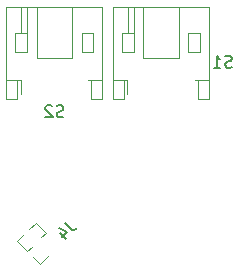
<source format=gbr>
G04 #@! TF.GenerationSoftware,KiCad,Pcbnew,5.1.5+dfsg1-2build2*
G04 #@! TF.CreationDate,2021-02-09T17:16:18+01:00*
G04 #@! TF.ProjectId,base2.0,62617365-322e-4302-9e6b-696361645f70,rev?*
G04 #@! TF.SameCoordinates,Original*
G04 #@! TF.FileFunction,Legend,Bot*
G04 #@! TF.FilePolarity,Positive*
%FSLAX46Y46*%
G04 Gerber Fmt 4.6, Leading zero omitted, Abs format (unit mm)*
G04 Created by KiCad (PCBNEW 5.1.5+dfsg1-2build2) date 2021-02-09 17:16:18*
%MOMM*%
%LPD*%
G04 APERTURE LIST*
%ADD10C,0.120000*%
%ADD11C,0.150000*%
G04 APERTURE END LIST*
D10*
G04 #@! TO.C,S2*
X136046000Y-105270000D02*
X136046000Y-106485000D01*
X136106000Y-101310000D02*
X136106000Y-99050000D01*
X136606000Y-101310000D02*
X136606000Y-99050000D01*
X141206000Y-102910000D02*
X142206000Y-102910000D01*
X141206000Y-101310000D02*
X141206000Y-102910000D01*
X142206000Y-101310000D02*
X141206000Y-101310000D01*
X142206000Y-102910000D02*
X142206000Y-101310000D01*
X136606000Y-102910000D02*
X135606000Y-102910000D01*
X136606000Y-101310000D02*
X136606000Y-102910000D01*
X135606000Y-101310000D02*
X136606000Y-101310000D01*
X135606000Y-102910000D02*
X135606000Y-101310000D01*
X142966000Y-105270000D02*
X142046000Y-105270000D01*
X134846000Y-105270000D02*
X135766000Y-105270000D01*
X140406000Y-103410000D02*
X140406000Y-99050000D01*
X137406000Y-103410000D02*
X140406000Y-103410000D01*
X137406000Y-99050000D02*
X137406000Y-103410000D01*
X142046000Y-105270000D02*
X141766000Y-105270000D01*
X142046000Y-106870000D02*
X142046000Y-105270000D01*
X142966000Y-106870000D02*
X142046000Y-106870000D01*
X142966000Y-99050000D02*
X142966000Y-106870000D01*
X134846000Y-99050000D02*
X142966000Y-99050000D01*
X134846000Y-106870000D02*
X134846000Y-99050000D01*
X135766000Y-106870000D02*
X134846000Y-106870000D01*
X135766000Y-105270000D02*
X135766000Y-106870000D01*
X136046000Y-105270000D02*
X135766000Y-105270000D01*
G04 #@! TO.C,S1*
X145063000Y-105270000D02*
X145063000Y-106485000D01*
X145123000Y-101310000D02*
X145123000Y-99050000D01*
X145623000Y-101310000D02*
X145623000Y-99050000D01*
X150223000Y-102910000D02*
X151223000Y-102910000D01*
X150223000Y-101310000D02*
X150223000Y-102910000D01*
X151223000Y-101310000D02*
X150223000Y-101310000D01*
X151223000Y-102910000D02*
X151223000Y-101310000D01*
X145623000Y-102910000D02*
X144623000Y-102910000D01*
X145623000Y-101310000D02*
X145623000Y-102910000D01*
X144623000Y-101310000D02*
X145623000Y-101310000D01*
X144623000Y-102910000D02*
X144623000Y-101310000D01*
X151983000Y-105270000D02*
X151063000Y-105270000D01*
X143863000Y-105270000D02*
X144783000Y-105270000D01*
X149423000Y-103410000D02*
X149423000Y-99050000D01*
X146423000Y-103410000D02*
X149423000Y-103410000D01*
X146423000Y-99050000D02*
X146423000Y-103410000D01*
X151063000Y-105270000D02*
X150783000Y-105270000D01*
X151063000Y-106870000D02*
X151063000Y-105270000D01*
X151983000Y-106870000D02*
X151063000Y-106870000D01*
X151983000Y-99050000D02*
X151983000Y-106870000D01*
X143863000Y-99050000D02*
X151983000Y-99050000D01*
X143863000Y-106870000D02*
X143863000Y-99050000D01*
X144783000Y-106870000D02*
X143863000Y-106870000D01*
X144783000Y-105270000D02*
X144783000Y-106870000D01*
X145063000Y-105270000D02*
X144783000Y-105270000D01*
G04 #@! TO.C,J4*
X137674513Y-120829290D02*
X138459401Y-120044401D01*
X137137111Y-120291889D02*
X137674513Y-120829290D01*
X137783033Y-118571165D02*
X138169487Y-118184710D01*
X136599710Y-119754487D02*
X136986165Y-119368033D01*
X138169487Y-118184710D02*
X137317424Y-117332647D01*
X136599710Y-119754487D02*
X135747647Y-118902424D01*
X136749992Y-117900079D02*
X137317424Y-117332647D01*
X135747647Y-118902424D02*
X136315079Y-118334992D01*
G04 #@! TO.C,S2*
D11*
X139667904Y-108364761D02*
X139525047Y-108412380D01*
X139286952Y-108412380D01*
X139191714Y-108364761D01*
X139144095Y-108317142D01*
X139096476Y-108221904D01*
X139096476Y-108126666D01*
X139144095Y-108031428D01*
X139191714Y-107983809D01*
X139286952Y-107936190D01*
X139477428Y-107888571D01*
X139572666Y-107840952D01*
X139620285Y-107793333D01*
X139667904Y-107698095D01*
X139667904Y-107602857D01*
X139620285Y-107507619D01*
X139572666Y-107460000D01*
X139477428Y-107412380D01*
X139239333Y-107412380D01*
X139096476Y-107460000D01*
X138715523Y-107507619D02*
X138667904Y-107460000D01*
X138572666Y-107412380D01*
X138334571Y-107412380D01*
X138239333Y-107460000D01*
X138191714Y-107507619D01*
X138144095Y-107602857D01*
X138144095Y-107698095D01*
X138191714Y-107840952D01*
X138763142Y-108412380D01*
X138144095Y-108412380D01*
G04 #@! TO.C,S1*
X153923904Y-104163761D02*
X153781047Y-104211380D01*
X153542952Y-104211380D01*
X153447714Y-104163761D01*
X153400095Y-104116142D01*
X153352476Y-104020904D01*
X153352476Y-103925666D01*
X153400095Y-103830428D01*
X153447714Y-103782809D01*
X153542952Y-103735190D01*
X153733428Y-103687571D01*
X153828666Y-103639952D01*
X153876285Y-103592333D01*
X153923904Y-103497095D01*
X153923904Y-103401857D01*
X153876285Y-103306619D01*
X153828666Y-103259000D01*
X153733428Y-103211380D01*
X153495333Y-103211380D01*
X153352476Y-103259000D01*
X152400095Y-104211380D02*
X152971523Y-104211380D01*
X152685809Y-104211380D02*
X152685809Y-103211380D01*
X152781047Y-103354238D01*
X152876285Y-103449476D01*
X152971523Y-103497095D01*
G04 #@! TO.C,J4*
X139802477Y-117360072D02*
X140307553Y-117865148D01*
X140442240Y-117932492D01*
X140576927Y-117932492D01*
X140711614Y-117865148D01*
X140778957Y-117797805D01*
X139398416Y-118235538D02*
X139869820Y-118706942D01*
X139297400Y-117797805D02*
X139970835Y-118134522D01*
X139533103Y-118572255D01*
G04 #@! TD*
M02*

</source>
